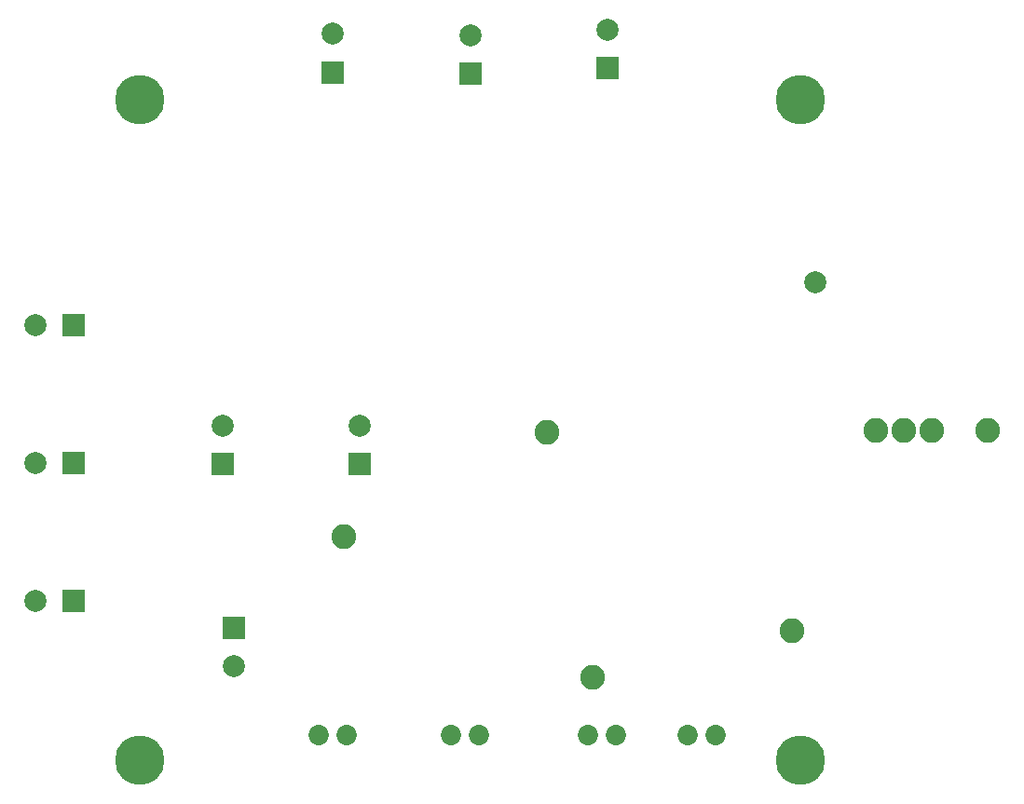
<source format=gbr>
%TF.GenerationSoftware,KiCad,Pcbnew,7.0.1-0*%
%TF.CreationDate,2023-05-23T14:08:40+09:00*%
%TF.ProjectId,Transformation,5472616e-7366-46f7-926d-6174696f6e2e,rev?*%
%TF.SameCoordinates,Original*%
%TF.FileFunction,Soldermask,Bot*%
%TF.FilePolarity,Negative*%
%FSLAX46Y46*%
G04 Gerber Fmt 4.6, Leading zero omitted, Abs format (unit mm)*
G04 Created by KiCad (PCBNEW 7.0.1-0) date 2023-05-23 14:08:40*
%MOMM*%
%LPD*%
G01*
G04 APERTURE LIST*
%ADD10R,2.000000X2.000000*%
%ADD11C,2.000000*%
%ADD12C,2.250000*%
%ADD13C,4.500000*%
%ADD14C,1.853200*%
G04 APERTURE END LIST*
D10*
%TO.C,C14*%
X109600492Y-116449344D03*
D11*
X106100492Y-116449344D03*
%TD*%
D10*
%TO.C,C8*%
X158100492Y-68067021D03*
D11*
X158100492Y-64567021D03*
%TD*%
D12*
%TO.C,TP3*%
X152600492Y-101149344D03*
%TD*%
%TO.C,TP4*%
X156700492Y-123449344D03*
%TD*%
%TO.C,TP5*%
X174850492Y-119199344D03*
%TD*%
D13*
%TO.C,REF\u002A\u002A*%
X175600492Y-130949344D03*
%TD*%
D10*
%TO.C,C15*%
X124100492Y-118949344D03*
D11*
X124100492Y-122449344D03*
%TD*%
D14*
%TO.C,J3*%
X156330492Y-128639344D03*
X158870492Y-128639344D03*
%TD*%
D10*
%TO.C,C7*%
X145600492Y-68567021D03*
D11*
X145600492Y-65067021D03*
%TD*%
D14*
%TO.C,J4*%
X165330492Y-128639344D03*
X167870492Y-128639344D03*
%TD*%
D10*
%TO.C,C1*%
X133100492Y-68449344D03*
D11*
X133100492Y-64949344D03*
%TD*%
D14*
%TO.C,J1*%
X131830492Y-128639344D03*
X134370492Y-128639344D03*
%TD*%
%TO.C,J2*%
X143830492Y-128639344D03*
X146370492Y-128639344D03*
%TD*%
D10*
%TO.C,C11*%
X109600492Y-103949344D03*
D11*
X106100492Y-103949344D03*
%TD*%
D12*
%TO.C,TP2*%
X134100492Y-110649344D03*
%TD*%
D10*
%TO.C,C13*%
X123100492Y-104067021D03*
D11*
X123100492Y-100567021D03*
%TD*%
D12*
%TO.C,SW1*%
X192600492Y-100949344D03*
X187520492Y-100949344D03*
X184980492Y-100949344D03*
X182440492Y-100949344D03*
%TD*%
D11*
%TO.C,TP1*%
X177000492Y-87549344D03*
%TD*%
D13*
%TO.C,REF\u002A\u002A*%
X115600492Y-130949344D03*
%TD*%
%TO.C,REF\u002A\u002A*%
X115600492Y-70949344D03*
%TD*%
D10*
%TO.C,C12*%
X135600492Y-104067021D03*
D11*
X135600492Y-100567021D03*
%TD*%
D13*
%TO.C,REF\u002A\u002A*%
X175600492Y-70949344D03*
%TD*%
D10*
%TO.C,C10*%
X109600492Y-91449344D03*
D11*
X106100492Y-91449344D03*
%TD*%
M02*

</source>
